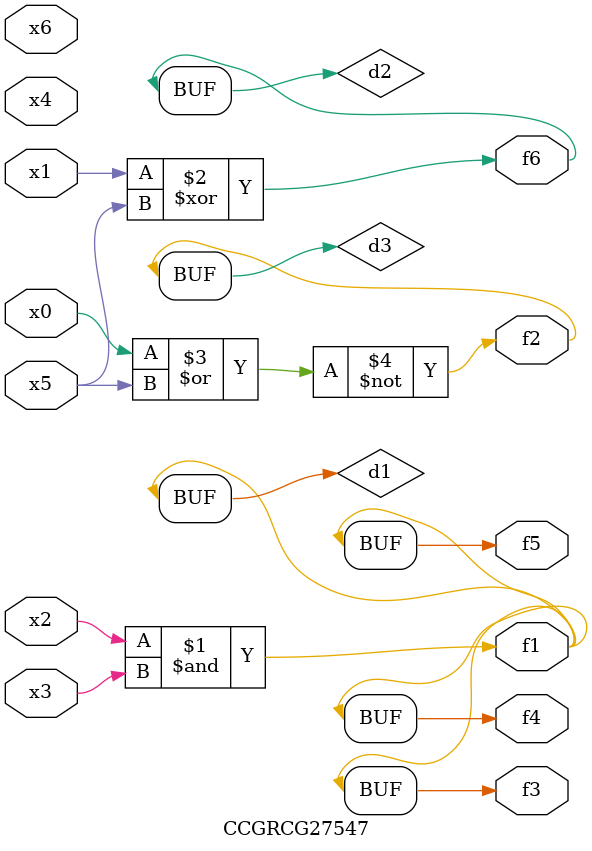
<source format=v>
module CCGRCG27547(
	input x0, x1, x2, x3, x4, x5, x6,
	output f1, f2, f3, f4, f5, f6
);

	wire d1, d2, d3;

	and (d1, x2, x3);
	xor (d2, x1, x5);
	nor (d3, x0, x5);
	assign f1 = d1;
	assign f2 = d3;
	assign f3 = d1;
	assign f4 = d1;
	assign f5 = d1;
	assign f6 = d2;
endmodule

</source>
